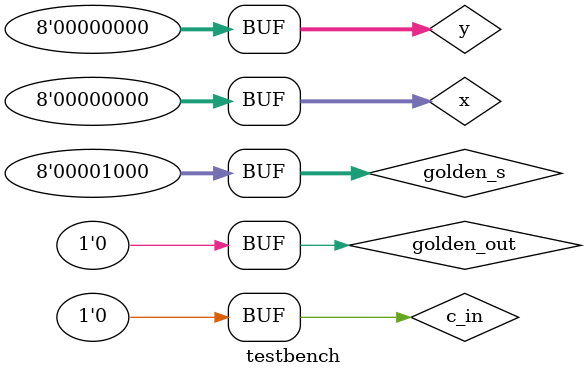
<source format=v>
`timescale 10ps/1ps

module testbench();
	reg [7:0] x,y;
	reg c_in;
	wire c_out;
	wire [7:0] s;
	
	CLA_8bit cla(.x(x), .y(y), .c_in(c_in), .c_out(c_out),.s(s));
	// directly test 
	initial
	begin
		x=8'd3;
		y=8'd5;
		c_in=0;
		#10;
		x=8'd8;
		y=8'd9;
		c_in=1;
		#10;
		x=8'd7;
		y=8'd5;
		c_in=1;
		#10;
		x=8'b00000000;
		y=8'b00000000;
		c_in=0;
		#10;
	end
	// golden output 
	reg [7:0] golden_s;
	reg golden_out;
	always @(x or y or c_in) 
	begin 
		case({x,y,c_in})
			{8'd3, 8'd5, 1'b0} : {golden_s, golden_out} = {8'd8, 1'b0};
			default: {golden_s, golden_out} = {8'd8, 1'b0};
		endcase
	end
endmodule

</source>
